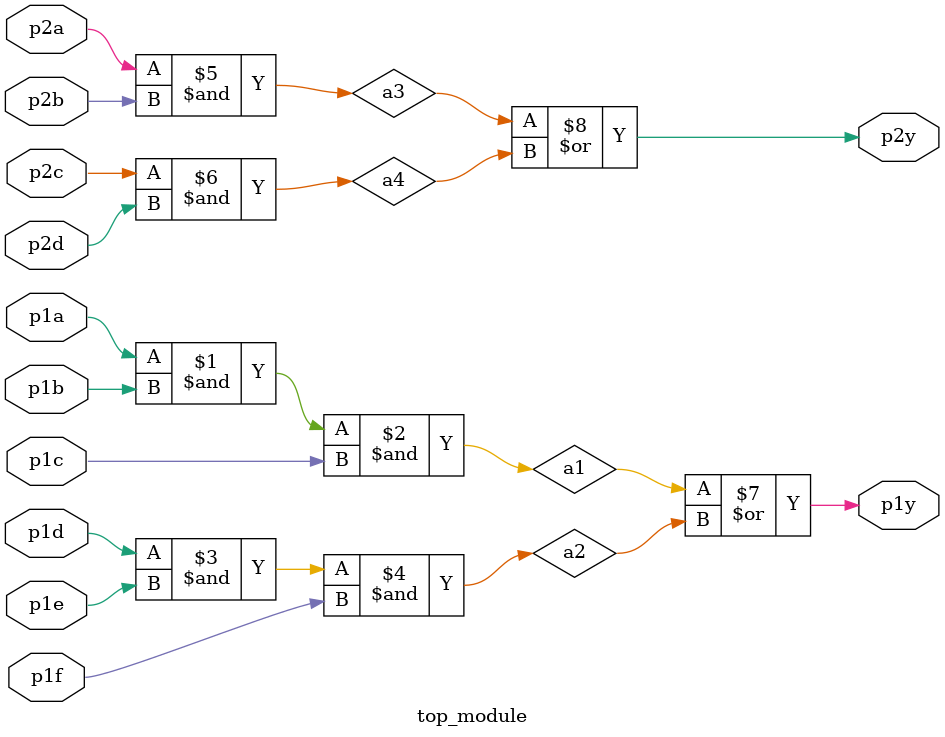
<source format=v>
module top_module ( 
    input p1a, p1b, p1c, p1d, p1e, p1f,
    output p1y,
    input p2a, p2b, p2c, p2d,
    output p2y );
/// we can implement it in many ways
/// Declare wires for all intermediate connections
/// or directly we can write the syntax for the obtained boolean expressions
    // First method of directly implementing the boolean expression for outputs.
 //   assign p1y = (p1a & p1b & p1c)|(p1d & p1e & p1f);
 //  assign p2y = (p2a & p2b)|(p2c & p2d);
    // Second Method is to declare wires for intermediates.
    wire a1; //and gate 1
    wire a2; //and gate 2
    wire a3; //and gate 3
    wire a4; //and gate 4
    and (a1, p1a, p1b, p1c);
    and (a2, p1d, p1e, p1f);
    and (a3, p2a, p2b);
    and (a4, p2c, p2d);
    or (p1y, a1, a2);
    or (p2y, a3, a4);
endmodule

</source>
